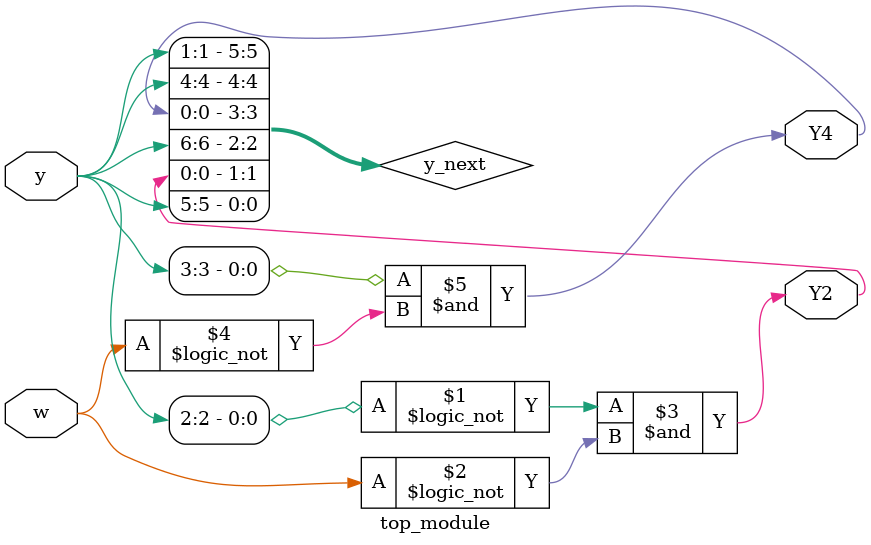
<source format=sv>
module top_module (
    input [6:1] y,
    input w,
    output Y2,
    output Y4
);

    // Declare intermediate wires
    wire[6:1] y_next;

    // Next state logic
    assign y_next[1] = y[5];
    assign y_next[2] = !y[2] & !w;
    assign y_next[3] = y[6];
    assign y_next[4] = y[3] & !w;
    assign y_next[5] = y[4];
    assign y_next[6] = y[1];

    // Output logic
    assign Y2 = y_next[2];
    assign Y4 = y_next[4];
    
endmodule

</source>
